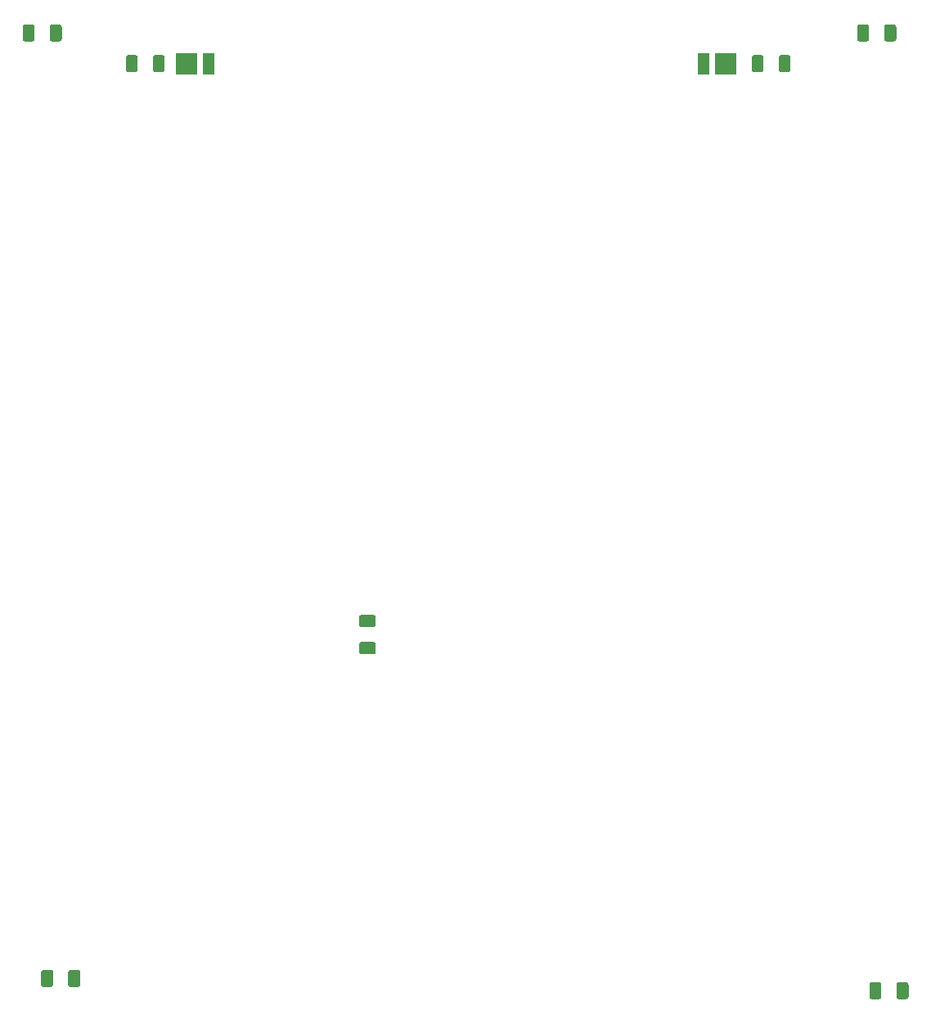
<source format=gbr>
G04 #@! TF.GenerationSoftware,KiCad,Pcbnew,5.1.5-52549c5~84~ubuntu18.04.1*
G04 #@! TF.CreationDate,2019-12-30T18:31:59+07:00*
G04 #@! TF.ProjectId,plate,706c6174-652e-46b6-9963-61645f706362,rev?*
G04 #@! TF.SameCoordinates,Original*
G04 #@! TF.FileFunction,Paste,Top*
G04 #@! TF.FilePolarity,Positive*
%FSLAX46Y46*%
G04 Gerber Fmt 4.6, Leading zero omitted, Abs format (unit mm)*
G04 Created by KiCad (PCBNEW 5.1.5-52549c5~84~ubuntu18.04.1) date 2019-12-30 18:31:59*
%MOMM*%
%LPD*%
G04 APERTURE LIST*
%ADD10C,0.100000*%
%ADD11R,1.250000X2.200000*%
%ADD12R,2.200000X2.200000*%
G04 APERTURE END LIST*
D10*
G36*
X48154504Y-134381204D02*
G01*
X48178773Y-134384804D01*
X48202571Y-134390765D01*
X48225671Y-134399030D01*
X48247849Y-134409520D01*
X48268893Y-134422133D01*
X48288598Y-134436747D01*
X48306777Y-134453223D01*
X48323253Y-134471402D01*
X48337867Y-134491107D01*
X48350480Y-134512151D01*
X48360970Y-134534329D01*
X48369235Y-134557429D01*
X48375196Y-134581227D01*
X48378796Y-134605496D01*
X48380000Y-134630000D01*
X48380000Y-135880000D01*
X48378796Y-135904504D01*
X48375196Y-135928773D01*
X48369235Y-135952571D01*
X48360970Y-135975671D01*
X48350480Y-135997849D01*
X48337867Y-136018893D01*
X48323253Y-136038598D01*
X48306777Y-136056777D01*
X48288598Y-136073253D01*
X48268893Y-136087867D01*
X48247849Y-136100480D01*
X48225671Y-136110970D01*
X48202571Y-136119235D01*
X48178773Y-136125196D01*
X48154504Y-136128796D01*
X48130000Y-136130000D01*
X47380000Y-136130000D01*
X47355496Y-136128796D01*
X47331227Y-136125196D01*
X47307429Y-136119235D01*
X47284329Y-136110970D01*
X47262151Y-136100480D01*
X47241107Y-136087867D01*
X47221402Y-136073253D01*
X47203223Y-136056777D01*
X47186747Y-136038598D01*
X47172133Y-136018893D01*
X47159520Y-135997849D01*
X47149030Y-135975671D01*
X47140765Y-135952571D01*
X47134804Y-135928773D01*
X47131204Y-135904504D01*
X47130000Y-135880000D01*
X47130000Y-134630000D01*
X47131204Y-134605496D01*
X47134804Y-134581227D01*
X47140765Y-134557429D01*
X47149030Y-134534329D01*
X47159520Y-134512151D01*
X47172133Y-134491107D01*
X47186747Y-134471402D01*
X47203223Y-134453223D01*
X47221402Y-134436747D01*
X47241107Y-134422133D01*
X47262151Y-134409520D01*
X47284329Y-134399030D01*
X47307429Y-134390765D01*
X47331227Y-134384804D01*
X47355496Y-134381204D01*
X47380000Y-134380000D01*
X48130000Y-134380000D01*
X48154504Y-134381204D01*
G37*
G36*
X45354504Y-134381204D02*
G01*
X45378773Y-134384804D01*
X45402571Y-134390765D01*
X45425671Y-134399030D01*
X45447849Y-134409520D01*
X45468893Y-134422133D01*
X45488598Y-134436747D01*
X45506777Y-134453223D01*
X45523253Y-134471402D01*
X45537867Y-134491107D01*
X45550480Y-134512151D01*
X45560970Y-134534329D01*
X45569235Y-134557429D01*
X45575196Y-134581227D01*
X45578796Y-134605496D01*
X45580000Y-134630000D01*
X45580000Y-135880000D01*
X45578796Y-135904504D01*
X45575196Y-135928773D01*
X45569235Y-135952571D01*
X45560970Y-135975671D01*
X45550480Y-135997849D01*
X45537867Y-136018893D01*
X45523253Y-136038598D01*
X45506777Y-136056777D01*
X45488598Y-136073253D01*
X45468893Y-136087867D01*
X45447849Y-136100480D01*
X45425671Y-136110970D01*
X45402571Y-136119235D01*
X45378773Y-136125196D01*
X45354504Y-136128796D01*
X45330000Y-136130000D01*
X44580000Y-136130000D01*
X44555496Y-136128796D01*
X44531227Y-136125196D01*
X44507429Y-136119235D01*
X44484329Y-136110970D01*
X44462151Y-136100480D01*
X44441107Y-136087867D01*
X44421402Y-136073253D01*
X44403223Y-136056777D01*
X44386747Y-136038598D01*
X44372133Y-136018893D01*
X44359520Y-135997849D01*
X44349030Y-135975671D01*
X44340765Y-135952571D01*
X44334804Y-135928773D01*
X44331204Y-135904504D01*
X44330000Y-135880000D01*
X44330000Y-134630000D01*
X44331204Y-134605496D01*
X44334804Y-134581227D01*
X44340765Y-134557429D01*
X44349030Y-134534329D01*
X44359520Y-134512151D01*
X44372133Y-134491107D01*
X44386747Y-134471402D01*
X44403223Y-134453223D01*
X44421402Y-134436747D01*
X44441107Y-134422133D01*
X44462151Y-134409520D01*
X44484329Y-134399030D01*
X44507429Y-134390765D01*
X44531227Y-134384804D01*
X44555496Y-134381204D01*
X44580000Y-134380000D01*
X45330000Y-134380000D01*
X45354504Y-134381204D01*
G37*
G36*
X131079504Y-135651204D02*
G01*
X131103773Y-135654804D01*
X131127571Y-135660765D01*
X131150671Y-135669030D01*
X131172849Y-135679520D01*
X131193893Y-135692133D01*
X131213598Y-135706747D01*
X131231777Y-135723223D01*
X131248253Y-135741402D01*
X131262867Y-135761107D01*
X131275480Y-135782151D01*
X131285970Y-135804329D01*
X131294235Y-135827429D01*
X131300196Y-135851227D01*
X131303796Y-135875496D01*
X131305000Y-135900000D01*
X131305000Y-137150000D01*
X131303796Y-137174504D01*
X131300196Y-137198773D01*
X131294235Y-137222571D01*
X131285970Y-137245671D01*
X131275480Y-137267849D01*
X131262867Y-137288893D01*
X131248253Y-137308598D01*
X131231777Y-137326777D01*
X131213598Y-137343253D01*
X131193893Y-137357867D01*
X131172849Y-137370480D01*
X131150671Y-137380970D01*
X131127571Y-137389235D01*
X131103773Y-137395196D01*
X131079504Y-137398796D01*
X131055000Y-137400000D01*
X130305000Y-137400000D01*
X130280496Y-137398796D01*
X130256227Y-137395196D01*
X130232429Y-137389235D01*
X130209329Y-137380970D01*
X130187151Y-137370480D01*
X130166107Y-137357867D01*
X130146402Y-137343253D01*
X130128223Y-137326777D01*
X130111747Y-137308598D01*
X130097133Y-137288893D01*
X130084520Y-137267849D01*
X130074030Y-137245671D01*
X130065765Y-137222571D01*
X130059804Y-137198773D01*
X130056204Y-137174504D01*
X130055000Y-137150000D01*
X130055000Y-135900000D01*
X130056204Y-135875496D01*
X130059804Y-135851227D01*
X130065765Y-135827429D01*
X130074030Y-135804329D01*
X130084520Y-135782151D01*
X130097133Y-135761107D01*
X130111747Y-135741402D01*
X130128223Y-135723223D01*
X130146402Y-135706747D01*
X130166107Y-135692133D01*
X130187151Y-135679520D01*
X130209329Y-135669030D01*
X130232429Y-135660765D01*
X130256227Y-135654804D01*
X130280496Y-135651204D01*
X130305000Y-135650000D01*
X131055000Y-135650000D01*
X131079504Y-135651204D01*
G37*
G36*
X133879504Y-135651204D02*
G01*
X133903773Y-135654804D01*
X133927571Y-135660765D01*
X133950671Y-135669030D01*
X133972849Y-135679520D01*
X133993893Y-135692133D01*
X134013598Y-135706747D01*
X134031777Y-135723223D01*
X134048253Y-135741402D01*
X134062867Y-135761107D01*
X134075480Y-135782151D01*
X134085970Y-135804329D01*
X134094235Y-135827429D01*
X134100196Y-135851227D01*
X134103796Y-135875496D01*
X134105000Y-135900000D01*
X134105000Y-137150000D01*
X134103796Y-137174504D01*
X134100196Y-137198773D01*
X134094235Y-137222571D01*
X134085970Y-137245671D01*
X134075480Y-137267849D01*
X134062867Y-137288893D01*
X134048253Y-137308598D01*
X134031777Y-137326777D01*
X134013598Y-137343253D01*
X133993893Y-137357867D01*
X133972849Y-137370480D01*
X133950671Y-137380970D01*
X133927571Y-137389235D01*
X133903773Y-137395196D01*
X133879504Y-137398796D01*
X133855000Y-137400000D01*
X133105000Y-137400000D01*
X133080496Y-137398796D01*
X133056227Y-137395196D01*
X133032429Y-137389235D01*
X133009329Y-137380970D01*
X132987151Y-137370480D01*
X132966107Y-137357867D01*
X132946402Y-137343253D01*
X132928223Y-137326777D01*
X132911747Y-137308598D01*
X132897133Y-137288893D01*
X132884520Y-137267849D01*
X132874030Y-137245671D01*
X132865765Y-137222571D01*
X132859804Y-137198773D01*
X132856204Y-137174504D01*
X132855000Y-137150000D01*
X132855000Y-135900000D01*
X132856204Y-135875496D01*
X132859804Y-135851227D01*
X132865765Y-135827429D01*
X132874030Y-135804329D01*
X132884520Y-135782151D01*
X132897133Y-135761107D01*
X132911747Y-135741402D01*
X132928223Y-135723223D01*
X132946402Y-135706747D01*
X132966107Y-135692133D01*
X132987151Y-135679520D01*
X133009329Y-135669030D01*
X133032429Y-135660765D01*
X133056227Y-135654804D01*
X133080496Y-135651204D01*
X133105000Y-135650000D01*
X133855000Y-135650000D01*
X133879504Y-135651204D01*
G37*
G36*
X132609504Y-36591204D02*
G01*
X132633773Y-36594804D01*
X132657571Y-36600765D01*
X132680671Y-36609030D01*
X132702849Y-36619520D01*
X132723893Y-36632133D01*
X132743598Y-36646747D01*
X132761777Y-36663223D01*
X132778253Y-36681402D01*
X132792867Y-36701107D01*
X132805480Y-36722151D01*
X132815970Y-36744329D01*
X132824235Y-36767429D01*
X132830196Y-36791227D01*
X132833796Y-36815496D01*
X132835000Y-36840000D01*
X132835000Y-38090000D01*
X132833796Y-38114504D01*
X132830196Y-38138773D01*
X132824235Y-38162571D01*
X132815970Y-38185671D01*
X132805480Y-38207849D01*
X132792867Y-38228893D01*
X132778253Y-38248598D01*
X132761777Y-38266777D01*
X132743598Y-38283253D01*
X132723893Y-38297867D01*
X132702849Y-38310480D01*
X132680671Y-38320970D01*
X132657571Y-38329235D01*
X132633773Y-38335196D01*
X132609504Y-38338796D01*
X132585000Y-38340000D01*
X131835000Y-38340000D01*
X131810496Y-38338796D01*
X131786227Y-38335196D01*
X131762429Y-38329235D01*
X131739329Y-38320970D01*
X131717151Y-38310480D01*
X131696107Y-38297867D01*
X131676402Y-38283253D01*
X131658223Y-38266777D01*
X131641747Y-38248598D01*
X131627133Y-38228893D01*
X131614520Y-38207849D01*
X131604030Y-38185671D01*
X131595765Y-38162571D01*
X131589804Y-38138773D01*
X131586204Y-38114504D01*
X131585000Y-38090000D01*
X131585000Y-36840000D01*
X131586204Y-36815496D01*
X131589804Y-36791227D01*
X131595765Y-36767429D01*
X131604030Y-36744329D01*
X131614520Y-36722151D01*
X131627133Y-36701107D01*
X131641747Y-36681402D01*
X131658223Y-36663223D01*
X131676402Y-36646747D01*
X131696107Y-36632133D01*
X131717151Y-36619520D01*
X131739329Y-36609030D01*
X131762429Y-36600765D01*
X131786227Y-36594804D01*
X131810496Y-36591204D01*
X131835000Y-36590000D01*
X132585000Y-36590000D01*
X132609504Y-36591204D01*
G37*
G36*
X129809504Y-36591204D02*
G01*
X129833773Y-36594804D01*
X129857571Y-36600765D01*
X129880671Y-36609030D01*
X129902849Y-36619520D01*
X129923893Y-36632133D01*
X129943598Y-36646747D01*
X129961777Y-36663223D01*
X129978253Y-36681402D01*
X129992867Y-36701107D01*
X130005480Y-36722151D01*
X130015970Y-36744329D01*
X130024235Y-36767429D01*
X130030196Y-36791227D01*
X130033796Y-36815496D01*
X130035000Y-36840000D01*
X130035000Y-38090000D01*
X130033796Y-38114504D01*
X130030196Y-38138773D01*
X130024235Y-38162571D01*
X130015970Y-38185671D01*
X130005480Y-38207849D01*
X129992867Y-38228893D01*
X129978253Y-38248598D01*
X129961777Y-38266777D01*
X129943598Y-38283253D01*
X129923893Y-38297867D01*
X129902849Y-38310480D01*
X129880671Y-38320970D01*
X129857571Y-38329235D01*
X129833773Y-38335196D01*
X129809504Y-38338796D01*
X129785000Y-38340000D01*
X129035000Y-38340000D01*
X129010496Y-38338796D01*
X128986227Y-38335196D01*
X128962429Y-38329235D01*
X128939329Y-38320970D01*
X128917151Y-38310480D01*
X128896107Y-38297867D01*
X128876402Y-38283253D01*
X128858223Y-38266777D01*
X128841747Y-38248598D01*
X128827133Y-38228893D01*
X128814520Y-38207849D01*
X128804030Y-38185671D01*
X128795765Y-38162571D01*
X128789804Y-38138773D01*
X128786204Y-38114504D01*
X128785000Y-38090000D01*
X128785000Y-36840000D01*
X128786204Y-36815496D01*
X128789804Y-36791227D01*
X128795765Y-36767429D01*
X128804030Y-36744329D01*
X128814520Y-36722151D01*
X128827133Y-36701107D01*
X128841747Y-36681402D01*
X128858223Y-36663223D01*
X128876402Y-36646747D01*
X128896107Y-36632133D01*
X128917151Y-36619520D01*
X128939329Y-36609030D01*
X128962429Y-36600765D01*
X128986227Y-36594804D01*
X129010496Y-36591204D01*
X129035000Y-36590000D01*
X129785000Y-36590000D01*
X129809504Y-36591204D01*
G37*
G36*
X121684504Y-39766204D02*
G01*
X121708773Y-39769804D01*
X121732571Y-39775765D01*
X121755671Y-39784030D01*
X121777849Y-39794520D01*
X121798893Y-39807133D01*
X121818598Y-39821747D01*
X121836777Y-39838223D01*
X121853253Y-39856402D01*
X121867867Y-39876107D01*
X121880480Y-39897151D01*
X121890970Y-39919329D01*
X121899235Y-39942429D01*
X121905196Y-39966227D01*
X121908796Y-39990496D01*
X121910000Y-40015000D01*
X121910000Y-41265000D01*
X121908796Y-41289504D01*
X121905196Y-41313773D01*
X121899235Y-41337571D01*
X121890970Y-41360671D01*
X121880480Y-41382849D01*
X121867867Y-41403893D01*
X121853253Y-41423598D01*
X121836777Y-41441777D01*
X121818598Y-41458253D01*
X121798893Y-41472867D01*
X121777849Y-41485480D01*
X121755671Y-41495970D01*
X121732571Y-41504235D01*
X121708773Y-41510196D01*
X121684504Y-41513796D01*
X121660000Y-41515000D01*
X120910000Y-41515000D01*
X120885496Y-41513796D01*
X120861227Y-41510196D01*
X120837429Y-41504235D01*
X120814329Y-41495970D01*
X120792151Y-41485480D01*
X120771107Y-41472867D01*
X120751402Y-41458253D01*
X120733223Y-41441777D01*
X120716747Y-41423598D01*
X120702133Y-41403893D01*
X120689520Y-41382849D01*
X120679030Y-41360671D01*
X120670765Y-41337571D01*
X120664804Y-41313773D01*
X120661204Y-41289504D01*
X120660000Y-41265000D01*
X120660000Y-40015000D01*
X120661204Y-39990496D01*
X120664804Y-39966227D01*
X120670765Y-39942429D01*
X120679030Y-39919329D01*
X120689520Y-39897151D01*
X120702133Y-39876107D01*
X120716747Y-39856402D01*
X120733223Y-39838223D01*
X120751402Y-39821747D01*
X120771107Y-39807133D01*
X120792151Y-39794520D01*
X120814329Y-39784030D01*
X120837429Y-39775765D01*
X120861227Y-39769804D01*
X120885496Y-39766204D01*
X120910000Y-39765000D01*
X121660000Y-39765000D01*
X121684504Y-39766204D01*
G37*
G36*
X118884504Y-39766204D02*
G01*
X118908773Y-39769804D01*
X118932571Y-39775765D01*
X118955671Y-39784030D01*
X118977849Y-39794520D01*
X118998893Y-39807133D01*
X119018598Y-39821747D01*
X119036777Y-39838223D01*
X119053253Y-39856402D01*
X119067867Y-39876107D01*
X119080480Y-39897151D01*
X119090970Y-39919329D01*
X119099235Y-39942429D01*
X119105196Y-39966227D01*
X119108796Y-39990496D01*
X119110000Y-40015000D01*
X119110000Y-41265000D01*
X119108796Y-41289504D01*
X119105196Y-41313773D01*
X119099235Y-41337571D01*
X119090970Y-41360671D01*
X119080480Y-41382849D01*
X119067867Y-41403893D01*
X119053253Y-41423598D01*
X119036777Y-41441777D01*
X119018598Y-41458253D01*
X118998893Y-41472867D01*
X118977849Y-41485480D01*
X118955671Y-41495970D01*
X118932571Y-41504235D01*
X118908773Y-41510196D01*
X118884504Y-41513796D01*
X118860000Y-41515000D01*
X118110000Y-41515000D01*
X118085496Y-41513796D01*
X118061227Y-41510196D01*
X118037429Y-41504235D01*
X118014329Y-41495970D01*
X117992151Y-41485480D01*
X117971107Y-41472867D01*
X117951402Y-41458253D01*
X117933223Y-41441777D01*
X117916747Y-41423598D01*
X117902133Y-41403893D01*
X117889520Y-41382849D01*
X117879030Y-41360671D01*
X117870765Y-41337571D01*
X117864804Y-41313773D01*
X117861204Y-41289504D01*
X117860000Y-41265000D01*
X117860000Y-40015000D01*
X117861204Y-39990496D01*
X117864804Y-39966227D01*
X117870765Y-39942429D01*
X117879030Y-39919329D01*
X117889520Y-39897151D01*
X117902133Y-39876107D01*
X117916747Y-39856402D01*
X117933223Y-39838223D01*
X117951402Y-39821747D01*
X117971107Y-39807133D01*
X117992151Y-39794520D01*
X118014329Y-39784030D01*
X118037429Y-39775765D01*
X118061227Y-39769804D01*
X118085496Y-39766204D01*
X118110000Y-39765000D01*
X118860000Y-39765000D01*
X118884504Y-39766204D01*
G37*
G36*
X43449504Y-36591204D02*
G01*
X43473773Y-36594804D01*
X43497571Y-36600765D01*
X43520671Y-36609030D01*
X43542849Y-36619520D01*
X43563893Y-36632133D01*
X43583598Y-36646747D01*
X43601777Y-36663223D01*
X43618253Y-36681402D01*
X43632867Y-36701107D01*
X43645480Y-36722151D01*
X43655970Y-36744329D01*
X43664235Y-36767429D01*
X43670196Y-36791227D01*
X43673796Y-36815496D01*
X43675000Y-36840000D01*
X43675000Y-38090000D01*
X43673796Y-38114504D01*
X43670196Y-38138773D01*
X43664235Y-38162571D01*
X43655970Y-38185671D01*
X43645480Y-38207849D01*
X43632867Y-38228893D01*
X43618253Y-38248598D01*
X43601777Y-38266777D01*
X43583598Y-38283253D01*
X43563893Y-38297867D01*
X43542849Y-38310480D01*
X43520671Y-38320970D01*
X43497571Y-38329235D01*
X43473773Y-38335196D01*
X43449504Y-38338796D01*
X43425000Y-38340000D01*
X42675000Y-38340000D01*
X42650496Y-38338796D01*
X42626227Y-38335196D01*
X42602429Y-38329235D01*
X42579329Y-38320970D01*
X42557151Y-38310480D01*
X42536107Y-38297867D01*
X42516402Y-38283253D01*
X42498223Y-38266777D01*
X42481747Y-38248598D01*
X42467133Y-38228893D01*
X42454520Y-38207849D01*
X42444030Y-38185671D01*
X42435765Y-38162571D01*
X42429804Y-38138773D01*
X42426204Y-38114504D01*
X42425000Y-38090000D01*
X42425000Y-36840000D01*
X42426204Y-36815496D01*
X42429804Y-36791227D01*
X42435765Y-36767429D01*
X42444030Y-36744329D01*
X42454520Y-36722151D01*
X42467133Y-36701107D01*
X42481747Y-36681402D01*
X42498223Y-36663223D01*
X42516402Y-36646747D01*
X42536107Y-36632133D01*
X42557151Y-36619520D01*
X42579329Y-36609030D01*
X42602429Y-36600765D01*
X42626227Y-36594804D01*
X42650496Y-36591204D01*
X42675000Y-36590000D01*
X43425000Y-36590000D01*
X43449504Y-36591204D01*
G37*
G36*
X46249504Y-36591204D02*
G01*
X46273773Y-36594804D01*
X46297571Y-36600765D01*
X46320671Y-36609030D01*
X46342849Y-36619520D01*
X46363893Y-36632133D01*
X46383598Y-36646747D01*
X46401777Y-36663223D01*
X46418253Y-36681402D01*
X46432867Y-36701107D01*
X46445480Y-36722151D01*
X46455970Y-36744329D01*
X46464235Y-36767429D01*
X46470196Y-36791227D01*
X46473796Y-36815496D01*
X46475000Y-36840000D01*
X46475000Y-38090000D01*
X46473796Y-38114504D01*
X46470196Y-38138773D01*
X46464235Y-38162571D01*
X46455970Y-38185671D01*
X46445480Y-38207849D01*
X46432867Y-38228893D01*
X46418253Y-38248598D01*
X46401777Y-38266777D01*
X46383598Y-38283253D01*
X46363893Y-38297867D01*
X46342849Y-38310480D01*
X46320671Y-38320970D01*
X46297571Y-38329235D01*
X46273773Y-38335196D01*
X46249504Y-38338796D01*
X46225000Y-38340000D01*
X45475000Y-38340000D01*
X45450496Y-38338796D01*
X45426227Y-38335196D01*
X45402429Y-38329235D01*
X45379329Y-38320970D01*
X45357151Y-38310480D01*
X45336107Y-38297867D01*
X45316402Y-38283253D01*
X45298223Y-38266777D01*
X45281747Y-38248598D01*
X45267133Y-38228893D01*
X45254520Y-38207849D01*
X45244030Y-38185671D01*
X45235765Y-38162571D01*
X45229804Y-38138773D01*
X45226204Y-38114504D01*
X45225000Y-38090000D01*
X45225000Y-36840000D01*
X45226204Y-36815496D01*
X45229804Y-36791227D01*
X45235765Y-36767429D01*
X45244030Y-36744329D01*
X45254520Y-36722151D01*
X45267133Y-36701107D01*
X45281747Y-36681402D01*
X45298223Y-36663223D01*
X45316402Y-36646747D01*
X45336107Y-36632133D01*
X45357151Y-36619520D01*
X45379329Y-36609030D01*
X45402429Y-36600765D01*
X45426227Y-36594804D01*
X45450496Y-36591204D01*
X45475000Y-36590000D01*
X46225000Y-36590000D01*
X46249504Y-36591204D01*
G37*
G36*
X54114504Y-39766204D02*
G01*
X54138773Y-39769804D01*
X54162571Y-39775765D01*
X54185671Y-39784030D01*
X54207849Y-39794520D01*
X54228893Y-39807133D01*
X54248598Y-39821747D01*
X54266777Y-39838223D01*
X54283253Y-39856402D01*
X54297867Y-39876107D01*
X54310480Y-39897151D01*
X54320970Y-39919329D01*
X54329235Y-39942429D01*
X54335196Y-39966227D01*
X54338796Y-39990496D01*
X54340000Y-40015000D01*
X54340000Y-41265000D01*
X54338796Y-41289504D01*
X54335196Y-41313773D01*
X54329235Y-41337571D01*
X54320970Y-41360671D01*
X54310480Y-41382849D01*
X54297867Y-41403893D01*
X54283253Y-41423598D01*
X54266777Y-41441777D01*
X54248598Y-41458253D01*
X54228893Y-41472867D01*
X54207849Y-41485480D01*
X54185671Y-41495970D01*
X54162571Y-41504235D01*
X54138773Y-41510196D01*
X54114504Y-41513796D01*
X54090000Y-41515000D01*
X53340000Y-41515000D01*
X53315496Y-41513796D01*
X53291227Y-41510196D01*
X53267429Y-41504235D01*
X53244329Y-41495970D01*
X53222151Y-41485480D01*
X53201107Y-41472867D01*
X53181402Y-41458253D01*
X53163223Y-41441777D01*
X53146747Y-41423598D01*
X53132133Y-41403893D01*
X53119520Y-41382849D01*
X53109030Y-41360671D01*
X53100765Y-41337571D01*
X53094804Y-41313773D01*
X53091204Y-41289504D01*
X53090000Y-41265000D01*
X53090000Y-40015000D01*
X53091204Y-39990496D01*
X53094804Y-39966227D01*
X53100765Y-39942429D01*
X53109030Y-39919329D01*
X53119520Y-39897151D01*
X53132133Y-39876107D01*
X53146747Y-39856402D01*
X53163223Y-39838223D01*
X53181402Y-39821747D01*
X53201107Y-39807133D01*
X53222151Y-39794520D01*
X53244329Y-39784030D01*
X53267429Y-39775765D01*
X53291227Y-39769804D01*
X53315496Y-39766204D01*
X53340000Y-39765000D01*
X54090000Y-39765000D01*
X54114504Y-39766204D01*
G37*
G36*
X56914504Y-39766204D02*
G01*
X56938773Y-39769804D01*
X56962571Y-39775765D01*
X56985671Y-39784030D01*
X57007849Y-39794520D01*
X57028893Y-39807133D01*
X57048598Y-39821747D01*
X57066777Y-39838223D01*
X57083253Y-39856402D01*
X57097867Y-39876107D01*
X57110480Y-39897151D01*
X57120970Y-39919329D01*
X57129235Y-39942429D01*
X57135196Y-39966227D01*
X57138796Y-39990496D01*
X57140000Y-40015000D01*
X57140000Y-41265000D01*
X57138796Y-41289504D01*
X57135196Y-41313773D01*
X57129235Y-41337571D01*
X57120970Y-41360671D01*
X57110480Y-41382849D01*
X57097867Y-41403893D01*
X57083253Y-41423598D01*
X57066777Y-41441777D01*
X57048598Y-41458253D01*
X57028893Y-41472867D01*
X57007849Y-41485480D01*
X56985671Y-41495970D01*
X56962571Y-41504235D01*
X56938773Y-41510196D01*
X56914504Y-41513796D01*
X56890000Y-41515000D01*
X56140000Y-41515000D01*
X56115496Y-41513796D01*
X56091227Y-41510196D01*
X56067429Y-41504235D01*
X56044329Y-41495970D01*
X56022151Y-41485480D01*
X56001107Y-41472867D01*
X55981402Y-41458253D01*
X55963223Y-41441777D01*
X55946747Y-41423598D01*
X55932133Y-41403893D01*
X55919520Y-41382849D01*
X55909030Y-41360671D01*
X55900765Y-41337571D01*
X55894804Y-41313773D01*
X55891204Y-41289504D01*
X55890000Y-41265000D01*
X55890000Y-40015000D01*
X55891204Y-39990496D01*
X55894804Y-39966227D01*
X55900765Y-39942429D01*
X55909030Y-39919329D01*
X55919520Y-39897151D01*
X55932133Y-39876107D01*
X55946747Y-39856402D01*
X55963223Y-39838223D01*
X55981402Y-39821747D01*
X56001107Y-39807133D01*
X56022151Y-39794520D01*
X56044329Y-39784030D01*
X56067429Y-39775765D01*
X56091227Y-39769804D01*
X56115496Y-39766204D01*
X56140000Y-39765000D01*
X56890000Y-39765000D01*
X56914504Y-39766204D01*
G37*
G36*
X78754504Y-97671204D02*
G01*
X78778773Y-97674804D01*
X78802571Y-97680765D01*
X78825671Y-97689030D01*
X78847849Y-97699520D01*
X78868893Y-97712133D01*
X78888598Y-97726747D01*
X78906777Y-97743223D01*
X78923253Y-97761402D01*
X78937867Y-97781107D01*
X78950480Y-97802151D01*
X78960970Y-97824329D01*
X78969235Y-97847429D01*
X78975196Y-97871227D01*
X78978796Y-97895496D01*
X78980000Y-97920000D01*
X78980000Y-98670000D01*
X78978796Y-98694504D01*
X78975196Y-98718773D01*
X78969235Y-98742571D01*
X78960970Y-98765671D01*
X78950480Y-98787849D01*
X78937867Y-98808893D01*
X78923253Y-98828598D01*
X78906777Y-98846777D01*
X78888598Y-98863253D01*
X78868893Y-98877867D01*
X78847849Y-98890480D01*
X78825671Y-98900970D01*
X78802571Y-98909235D01*
X78778773Y-98915196D01*
X78754504Y-98918796D01*
X78730000Y-98920000D01*
X77480000Y-98920000D01*
X77455496Y-98918796D01*
X77431227Y-98915196D01*
X77407429Y-98909235D01*
X77384329Y-98900970D01*
X77362151Y-98890480D01*
X77341107Y-98877867D01*
X77321402Y-98863253D01*
X77303223Y-98846777D01*
X77286747Y-98828598D01*
X77272133Y-98808893D01*
X77259520Y-98787849D01*
X77249030Y-98765671D01*
X77240765Y-98742571D01*
X77234804Y-98718773D01*
X77231204Y-98694504D01*
X77230000Y-98670000D01*
X77230000Y-97920000D01*
X77231204Y-97895496D01*
X77234804Y-97871227D01*
X77240765Y-97847429D01*
X77249030Y-97824329D01*
X77259520Y-97802151D01*
X77272133Y-97781107D01*
X77286747Y-97761402D01*
X77303223Y-97743223D01*
X77321402Y-97726747D01*
X77341107Y-97712133D01*
X77362151Y-97699520D01*
X77384329Y-97689030D01*
X77407429Y-97680765D01*
X77431227Y-97674804D01*
X77455496Y-97671204D01*
X77480000Y-97670000D01*
X78730000Y-97670000D01*
X78754504Y-97671204D01*
G37*
G36*
X78754504Y-100471204D02*
G01*
X78778773Y-100474804D01*
X78802571Y-100480765D01*
X78825671Y-100489030D01*
X78847849Y-100499520D01*
X78868893Y-100512133D01*
X78888598Y-100526747D01*
X78906777Y-100543223D01*
X78923253Y-100561402D01*
X78937867Y-100581107D01*
X78950480Y-100602151D01*
X78960970Y-100624329D01*
X78969235Y-100647429D01*
X78975196Y-100671227D01*
X78978796Y-100695496D01*
X78980000Y-100720000D01*
X78980000Y-101470000D01*
X78978796Y-101494504D01*
X78975196Y-101518773D01*
X78969235Y-101542571D01*
X78960970Y-101565671D01*
X78950480Y-101587849D01*
X78937867Y-101608893D01*
X78923253Y-101628598D01*
X78906777Y-101646777D01*
X78888598Y-101663253D01*
X78868893Y-101677867D01*
X78847849Y-101690480D01*
X78825671Y-101700970D01*
X78802571Y-101709235D01*
X78778773Y-101715196D01*
X78754504Y-101718796D01*
X78730000Y-101720000D01*
X77480000Y-101720000D01*
X77455496Y-101718796D01*
X77431227Y-101715196D01*
X77407429Y-101709235D01*
X77384329Y-101700970D01*
X77362151Y-101690480D01*
X77341107Y-101677867D01*
X77321402Y-101663253D01*
X77303223Y-101646777D01*
X77286747Y-101628598D01*
X77272133Y-101608893D01*
X77259520Y-101587849D01*
X77249030Y-101565671D01*
X77240765Y-101542571D01*
X77234804Y-101518773D01*
X77231204Y-101494504D01*
X77230000Y-101470000D01*
X77230000Y-100720000D01*
X77231204Y-100695496D01*
X77234804Y-100671227D01*
X77240765Y-100647429D01*
X77249030Y-100624329D01*
X77259520Y-100602151D01*
X77272133Y-100581107D01*
X77286747Y-100561402D01*
X77303223Y-100543223D01*
X77321402Y-100526747D01*
X77341107Y-100512133D01*
X77362151Y-100499520D01*
X77384329Y-100489030D01*
X77407429Y-100480765D01*
X77431227Y-100474804D01*
X77455496Y-100471204D01*
X77480000Y-100470000D01*
X78730000Y-100470000D01*
X78754504Y-100471204D01*
G37*
D11*
X112925000Y-40640000D03*
D12*
X115200000Y-40640000D03*
D11*
X61700000Y-40640000D03*
D12*
X59425000Y-40640000D03*
M02*

</source>
